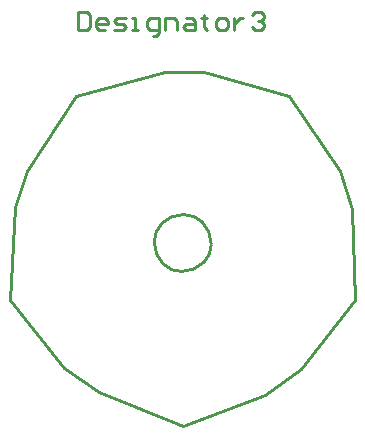
<source format=gto>
%FSLAX25Y25*%
%MOIN*%
G70*
G01*
G75*
%ADD10C,0.01000*%
D10*
X359500Y374498D02*
Y368500D01*
X362499D01*
X363499Y369500D01*
Y373498D01*
X362499Y374498D01*
X359500D01*
X368497Y368500D02*
X366498D01*
X365498Y369500D01*
Y371499D01*
X366498Y372499D01*
X368497D01*
X369497Y371499D01*
Y370499D01*
X365498D01*
X371496Y368500D02*
X374495D01*
X375495Y369500D01*
X374495Y370499D01*
X372496D01*
X371496Y371499D01*
X372496Y372499D01*
X375495D01*
X377494Y368500D02*
X379493D01*
X378494D01*
Y372499D01*
X377494D01*
X384492Y366501D02*
X385492D01*
X386491Y367500D01*
Y372499D01*
X383492D01*
X382493Y371499D01*
Y369500D01*
X383492Y368500D01*
X386491D01*
X388491D02*
Y372499D01*
X391490D01*
X392489Y371499D01*
Y368500D01*
X395488Y372499D02*
X397488D01*
X398487Y371499D01*
Y368500D01*
X395488D01*
X394489Y369500D01*
X395488Y370499D01*
X398487D01*
X401486Y373498D02*
Y372499D01*
X400487D01*
X402486D01*
X401486D01*
Y369500D01*
X402486Y368500D01*
X406485D02*
X408484D01*
X409484Y369500D01*
Y371499D01*
X408484Y372499D01*
X406485D01*
X405485Y371499D01*
Y369500D01*
X406485Y368500D01*
X411483Y372499D02*
Y368500D01*
Y370499D01*
X412483Y371499D01*
X413483Y372499D01*
X414482D01*
X417481Y373498D02*
X418481Y374498D01*
X420480D01*
X421480Y373498D01*
Y372499D01*
X420480Y371499D01*
X419481D01*
X420480D01*
X421480Y370499D01*
Y369500D01*
X420480Y368500D01*
X418481D01*
X417481Y369500D01*
X401000Y304500D02*
G03*
X394965Y307000I-6036J-6036D01*
G01*
X404000Y297257D02*
G03*
X401000Y304500I-10243J0D01*
G01*
X401642Y291142D02*
G03*
X404000Y296834I-5692J5692D01*
G01*
X394056Y288000D02*
G03*
X401642Y291142I0J10728D01*
G01*
X387985Y290515D02*
G03*
X394056Y288000I6071J6071D01*
G01*
X385000Y297722D02*
G03*
X387985Y290515I10192J0D01*
G01*
X387672Y304172D02*
G03*
X385000Y297722I6450J-6450D01*
G01*
X394500Y307000D02*
G03*
X387672Y304172I0J-9657D01*
G01*
X337000Y278500D02*
X338500Y309500D01*
X337000Y278500D02*
X355000Y256000D01*
X342500Y321500D02*
X359000Y346500D01*
X338500Y309500D02*
X342500Y321500D01*
X388500Y354500D02*
X401500Y354500D01*
X359000Y346500D02*
X388500Y354500D01*
X355000Y256000D02*
X366500Y248000D01*
X394500Y236500D01*
X422000Y247000D01*
X434000Y255500D01*
X452000Y278500D01*
X451000Y309000D02*
X452000Y278500D01*
X447000Y321500D02*
X451000Y309000D01*
X430000Y346500D02*
X447000Y321500D01*
X401500Y354500D02*
X430000Y346500D01*
M02*

</source>
